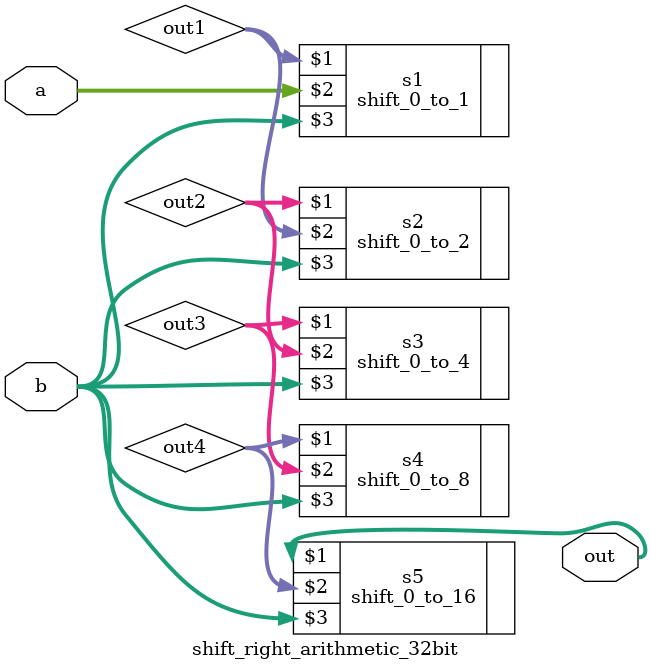
<source format=v>
module shift_right_arithmetic_32bit(out,a,b);
input [31:0]a;
input [31:0]b;
output [31:0] out;
wire [31:0] out1;
wire [31:0] out2;
wire [31:0] out3;
wire [31:0] out4;

shift_0_to_1 s1(out1,a,b);
shift_0_to_2 s2(out2,out1,b);
shift_0_to_4 s3(out3,out2,b);
shift_0_to_8 s4(out4,out3,b);
shift_0_to_16 s5(out,out4,b);

endmodule

</source>
